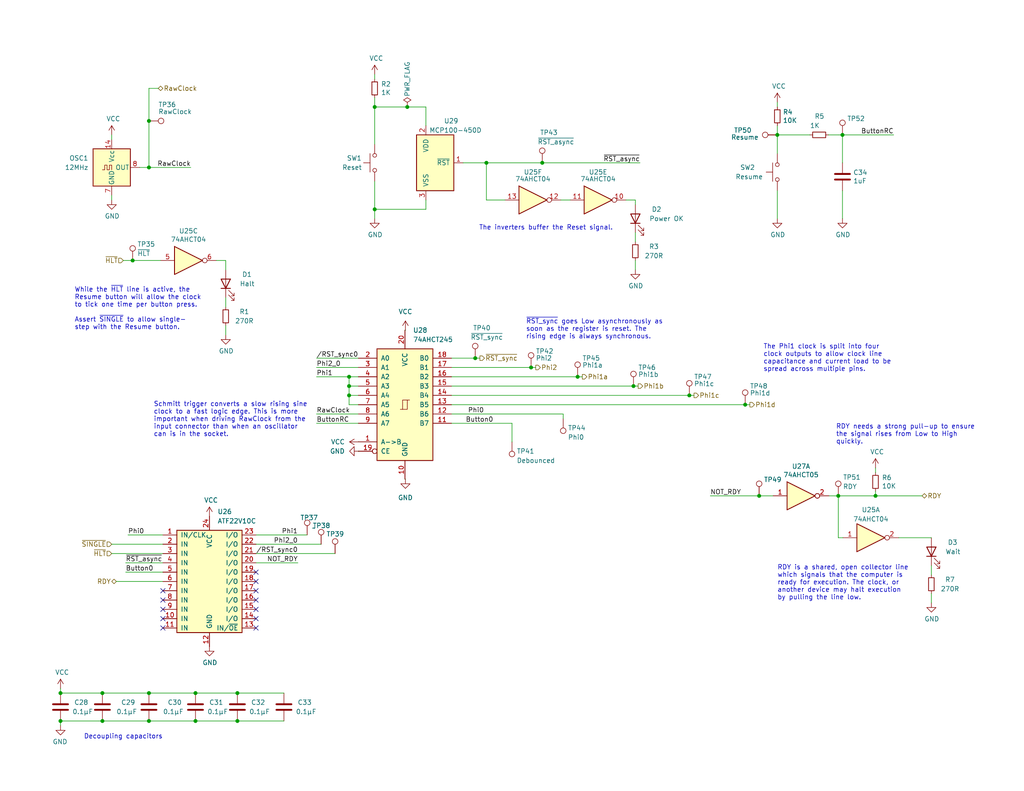
<source format=kicad_sch>
(kicad_sch (version 20230121) (generator eeschema)
  (paper "USLetter")
  (title_block (title "Turtle16: Clock") (date "2023-11-15") (rev "A"))
  (lib_symbols
    (symbol "74xx:74HC245" (pin_names (offset 1.016))
      (property "Reference" "U" (at -7.62 16.51 0))
      (property "Value" "74HC245" (at -7.62 -16.51 0))
      (symbol "74HC245_1_0"
        (polyline (pts (xy -0.635 -1.27) (xy -0.635 1.27) (xy 0.635 1.27)))
        (polyline (pts (xy -1.27 -1.27) (xy 0.635 -1.27) (xy 0.635 1.27) (xy 1.27 1.27)))
        (pin input line (at -12.7 -10.16 0) (length 5.08) (name "A->B") (number "1"))
        (pin power_in line (at 0 -20.32 90) (length 5.08) (name "GND") (number "10"))
        (pin tri_state line (at 12.7 -5.08 180) (length 5.08) (name "B7") (number "11"))
        (pin tri_state line (at 12.7 -2.54 180) (length 5.08) (name "B6") (number "12"))
        (pin tri_state line (at 12.7 0 180) (length 5.08) (name "B5") (number "13"))
        (pin tri_state line (at 12.7 2.54 180) (length 5.08) (name "B4") (number "14"))
        (pin tri_state line (at 12.7 5.08 180) (length 5.08) (name "B3") (number "15"))
        (pin tri_state line (at 12.7 7.62 180) (length 5.08) (name "B2") (number "16"))
        (pin tri_state line (at 12.7 10.16 180) (length 5.08) (name "B1") (number "17"))
        (pin tri_state line (at 12.7 12.7 180) (length 5.08) (name "B0") (number "18"))
        (pin input inverted (at -12.7 -12.7 0) (length 5.08) (name "CE") (number "19"))
        (pin tri_state line (at -12.7 12.7 0) (length 5.08) (name "A0") (number "2"))
        (pin power_in line (at 0 20.32 270) (length 5.08) (name "VCC") (number "20"))
        (pin tri_state line (at -12.7 10.16 0) (length 5.08) (name "A1") (number "3"))
        (pin tri_state line (at -12.7 7.62 0) (length 5.08) (name "A2") (number "4"))
        (pin tri_state line (at -12.7 5.08 0) (length 5.08) (name "A3") (number "5"))
        (pin tri_state line (at -12.7 2.54 0) (length 5.08) (name "A4") (number "6"))
        (pin tri_state line (at -12.7 0 0) (length 5.08) (name "A5") (number "7"))
        (pin tri_state line (at -12.7 -2.54 0) (length 5.08) (name "A6") (number "8"))
        (pin tri_state line (at -12.7 -5.08 0) (length 5.08) (name "A7") (number "9"))
      )
      (symbol "74HC245_1_1"
        (rectangle (start -7.62 15.24) (end 7.62 -15.24) (stroke (width 0.254)) (fill (type background)))
      )
    )
    (symbol "74xx:74LS04"
      (property "Reference" "U" (at 0 1.27 0))
      (property "Value" "74LS04" (at 0 -1.27 0))
      (symbol "74LS04_1_0"
        (polyline (pts (xy -3.81 3.81) (xy -3.81 -3.81) (xy 3.81 0) (xy -3.81 3.81)) (stroke (width 0.254)) (fill (type background)))
        (pin input line (at -7.62 0 0) (length 3.81) (name "~") (number "1"))
        (pin output inverted (at 7.62 0 180) (length 3.81) (name "~") (number "2"))
      )
      (symbol "74LS04_2_0"
        (polyline (pts (xy -3.81 3.81) (xy -3.81 -3.81) (xy 3.81 0) (xy -3.81 3.81)) (stroke (width 0.254)) (fill (type background)))
        (pin input line (at -7.62 0 0) (length 3.81) (name "~") (number "3"))
        (pin output inverted (at 7.62 0 180) (length 3.81) (name "~") (number "4"))
      )
      (symbol "74LS04_3_0"
        (polyline (pts (xy -3.81 3.81) (xy -3.81 -3.81) (xy 3.81 0) (xy -3.81 3.81)) (stroke (width 0.254)) (fill (type background)))
        (pin input line (at -7.62 0 0) (length 3.81) (name "~") (number "5"))
        (pin output inverted (at 7.62 0 180) (length 3.81) (name "~") (number "6"))
      )
      (symbol "74LS04_4_0"
        (polyline (pts (xy -3.81 3.81) (xy -3.81 -3.81) (xy 3.81 0) (xy -3.81 3.81)) (stroke (width 0.254)) (fill (type background)))
        (pin output inverted (at 7.62 0 180) (length 3.81) (name "~") (number "8"))
        (pin input line (at -7.62 0 0) (length 3.81) (name "~") (number "9"))
      )
      (symbol "74LS04_5_0"
        (polyline (pts (xy -3.81 3.81) (xy -3.81 -3.81) (xy 3.81 0) (xy -3.81 3.81)) (stroke (width 0.254)) (fill (type background)))
        (pin output inverted (at 7.62 0 180) (length 3.81) (name "~") (number "10"))
        (pin input line (at -7.62 0 0) (length 3.81) (name "~") (number "11"))
      )
      (symbol "74LS04_6_0"
        (polyline (pts (xy -3.81 3.81) (xy -3.81 -3.81) (xy 3.81 0) (xy -3.81 3.81)) (stroke (width 0.254)) (fill (type background)))
        (pin output inverted (at 7.62 0 180) (length 3.81) (name "~") (number "12"))
        (pin input line (at -7.62 0 0) (length 3.81) (name "~") (number "13"))
      )
      (symbol "74LS04_7_0"
        (pin power_in line (at 0 12.7 270) (length 5.08) (name "VCC") (number "14"))
        (pin power_in line (at 0 -12.7 90) (length 5.08) (name "GND") (number "7"))
      )
      (symbol "74LS04_7_1"
        (rectangle (start -5.08 7.62) (end 5.08 -7.62) (stroke (width 0.254)) (fill (type background)))
      )
    )
    (symbol "74xx:74LS05" (pin_names (offset 1.016))
      (property "Reference" "U" (at 0 1.27 0))
      (property "Value" "74LS05" (at 0 -1.27 0))
      (symbol "74LS05_1_0"
        (polyline (pts (xy -3.81 3.81) (xy -3.81 -3.81) (xy 3.81 0) (xy -3.81 3.81)) (stroke (width 0.254)) (fill (type background)))
        (pin input line (at -7.62 0 0) (length 3.81) (name "~") (number "1"))
        (pin open_collector inverted (at 7.62 0 180) (length 3.81) (name "~") (number "2"))
      )
      (symbol "74LS05_2_0"
        (polyline (pts (xy -3.81 3.81) (xy -3.81 -3.81) (xy 3.81 0) (xy -3.81 3.81)) (stroke (width 0.254)) (fill (type background)))
        (pin input line (at -7.62 0 0) (length 3.81) (name "~") (number "3"))
        (pin open_collector inverted (at 7.62 0 180) (length 3.81) (name "~") (number "4"))
      )
      (symbol "74LS05_3_0"
        (polyline (pts (xy -3.81 3.81) (xy -3.81 -3.81) (xy 3.81 0) (xy -3.81 3.81)) (stroke (width 0.254)) (fill (type background)))
        (pin input line (at -7.62 0 0) (length 3.81) (name "~") (number "5"))
        (pin open_collector inverted (at 7.62 0 180) (length 3.81) (name "~") (number "6"))
      )
      (symbol "74LS05_4_0"
        (polyline (pts (xy -3.81 3.81) (xy -3.81 -3.81) (xy 3.81 0) (xy -3.81 3.81)) (stroke (width 0.254)) (fill (type background)))
        (pin open_collector inverted (at 7.62 0 180) (length 3.81) (name "~") (number "8"))
        (pin input line (at -7.62 0 0) (length 3.81) (name "~") (number "9"))
      )
      (symbol "74LS05_5_0"
        (polyline (pts (xy -3.81 3.81) (xy -3.81 -3.81) (xy 3.81 0) (xy -3.81 3.81)) (stroke (width 0.254)) (fill (type background)))
        (pin open_collector inverted (at 7.62 0 180) (length 3.81) (name "~") (number "10"))
        (pin input line (at -7.62 0 0) (length 3.81) (name "~") (number "11"))
      )
      (symbol "74LS05_6_0"
        (polyline (pts (xy -3.81 3.81) (xy -3.81 -3.81) (xy 3.81 0) (xy -3.81 3.81)) (stroke (width 0.254)) (fill (type background)))
        (pin open_collector inverted (at 7.62 0 180) (length 3.81) (name "~") (number "12"))
        (pin input line (at -7.62 0 0) (length 3.81) (name "~") (number "13"))
      )
      (symbol "74LS05_7_0"
        (pin power_in line (at 0 12.7 270) (length 5.08) (name "VCC") (number "14"))
        (pin power_in line (at 0 -12.7 90) (length 5.08) (name "GND") (number "7"))
      )
      (symbol "74LS05_7_1"
        (rectangle (start -5.08 7.62) (end 5.08 -7.62) (stroke (width 0.254)) (fill (type background)))
      )
    )
    (symbol "Connector:TestPoint" (pin_numbers hide) (pin_names (offset 0.762) hide)
      (property "Reference" "TP" (at 0 6.858 0))
      (property "Value" "TestPoint" (at 0 5.08 0))
      (symbol "TestPoint_0_1"
        (circle (center 0 3.302) (radius 0.762))
      )
      (symbol "TestPoint_1_1"
        (pin passive line (at 0 0 90) (length 2.54) (name "1") (number "1"))
      )
    )
    (symbol "ControlModule-rescue:ATF22V10C-Logic_Programmable" (pin_names (offset 1.016))
      (property "Reference" "U" (at -7.62 17.78 0))
      (property "Value" "ATF22V10C-Logic_Programmable" (at -7.62 15.24 0))
      (symbol "ATF22V10C-Logic_Programmable_1_1"
        (rectangle (start -8.89 -15.24) (end 8.89 12.7) (stroke (width 0.254)) (fill (type background)))
        (pin input line (at -12.7 11.43 0) (length 3.81) (name "IN/CLK") (number "1"))
        (pin input line (at -12.7 -11.43 0) (length 3.81) (name "IN") (number "10"))
        (pin input line (at -12.7 -13.97 0) (length 3.81) (name "IN") (number "11"))
        (pin power_in line (at 0 -19.05 90) (length 3.81) (name "GND") (number "12"))
        (pin input line (at 12.7 -13.97 180) (length 3.81) (name "IN/~{OE}") (number "13"))
        (pin passive line (at 12.7 -11.43 180) (length 3.81) (name "I/O") (number "14"))
        (pin passive line (at 12.7 -8.89 180) (length 3.81) (name "I/O") (number "15"))
        (pin passive line (at 12.7 -6.35 180) (length 3.81) (name "I/O") (number "16"))
        (pin passive line (at 12.7 -3.81 180) (length 3.81) (name "I/O") (number "17"))
        (pin passive line (at 12.7 -1.27 180) (length 3.81) (name "I/O") (number "18"))
        (pin passive line (at 12.7 1.27 180) (length 3.81) (name "I/O") (number "19"))
        (pin input line (at -12.7 8.89 0) (length 3.81) (name "IN") (number "2"))
        (pin passive line (at 12.7 3.81 180) (length 3.81) (name "I/O") (number "20"))
        (pin passive line (at 12.7 6.35 180) (length 3.81) (name "I/O") (number "21"))
        (pin passive line (at 12.7 8.89 180) (length 3.81) (name "I/O") (number "22"))
        (pin passive line (at 12.7 11.43 180) (length 3.81) (name "I/O") (number "23"))
        (pin power_in line (at 0 16.51 270) (length 3.81) (name "VCC") (number "24"))
        (pin input line (at -12.7 6.35 0) (length 3.81) (name "IN") (number "3"))
        (pin input line (at -12.7 3.81 0) (length 3.81) (name "IN") (number "4"))
        (pin input line (at -12.7 1.27 0) (length 3.81) (name "IN") (number "5"))
        (pin input line (at -12.7 -1.27 0) (length 3.81) (name "IN") (number "6"))
        (pin input line (at -12.7 -3.81 0) (length 3.81) (name "IN") (number "7"))
        (pin input line (at -12.7 -6.35 0) (length 3.81) (name "IN") (number "8"))
        (pin input line (at -12.7 -8.89 0) (length 3.81) (name "IN") (number "9"))
      )
    )
    (symbol "Device:C" (pin_numbers hide) (pin_names (offset 0.254))
      (property "Reference" "C" (at 0.635 2.54 0))
      (property "Value" "C" (at 0.635 -2.54 0))
      (symbol "C_0_1"
        (polyline (pts (xy -2.032 -0.762) (xy 2.032 -0.762)) (stroke (width 0.508)))
        (polyline (pts (xy -2.032 0.762) (xy 2.032 0.762)) (stroke (width 0.508)))
      )
      (symbol "C_1_1"
        (pin passive line (at 0 3.81 270) (length 2.794) (name "~") (number "1"))
        (pin passive line (at 0 -3.81 90) (length 2.794) (name "~") (number "2"))
      )
    )
    (symbol "Device:LED" (pin_numbers hide) (pin_names (offset 1.016) hide)
      (property "Reference" "D" (at 0 2.54 0))
      (property "Value" "LED" (at 0 -2.54 0))
      (symbol "LED_0_1"
        (polyline (pts (xy -1.27 -1.27) (xy -1.27 1.27)) (stroke (width 0.254)))
        (polyline (pts (xy -1.27 0) (xy 1.27 0)))
        (polyline (pts (xy 1.27 -1.27) (xy 1.27 1.27) (xy -1.27 0) (xy 1.27 -1.27)) (stroke (width 0.254)))
        (polyline (pts (xy -3.048 -0.762) (xy -4.572 -2.286) (xy -3.81 -2.286) (xy -4.572 -2.286) (xy -4.572 -1.524)))
        (polyline (pts (xy -1.778 -0.762) (xy -3.302 -2.286) (xy -2.54 -2.286) (xy -3.302 -2.286) (xy -3.302 -1.524)))
      )
      (symbol "LED_1_1"
        (pin passive line (at -3.81 0 0) (length 2.54) (name "K") (number "1"))
        (pin passive line (at 3.81 0 180) (length 2.54) (name "A") (number "2"))
      )
    )
    (symbol "Device:R_Small" (pin_numbers hide) (pin_names (offset 0.254) hide)
      (property "Reference" "R" (at 0.762 0.508 0))
      (property "Value" "R_Small" (at 0.762 -1.016 0))
      (symbol "R_Small_0_1"
        (rectangle (start -0.762 1.778) (end 0.762 -1.778) (stroke (width 0.2032)))
      )
      (symbol "R_Small_1_1"
        (pin passive line (at 0 2.54 270) (length 0.762) (name "~") (number "1"))
        (pin passive line (at 0 -2.54 90) (length 0.762) (name "~") (number "2"))
      )
    )
    (symbol "Oscillator:ACO-xxxMHz" (pin_names (offset 0.254))
      (property "Reference" "X" (at -5.08 6.35 0))
      (property "Value" "ACO-xxxMHz" (at 1.27 -6.35 0))
      (symbol "ACO-xxxMHz_0_1"
        (rectangle (start -5.08 5.08) (end 5.08 -5.08) (stroke (width 0.254)) (fill (type background)))
        (polyline (pts (xy -2.54 -0.635) (xy -1.905 -0.635) (xy -1.905 0.635) (xy -1.27 0.635) (xy -1.27 -0.635) (xy -0.635 -0.635) (xy -0.635 0.635) (xy 0 0.635) (xy 0 -0.635)))
      )
      (symbol "ACO-xxxMHz_1_1"
        (pin no_connect line (at -5.08 2.54 0) (length 2.54) hide (name "NC") (number "1"))
        (pin power_in line (at 0 7.62 270) (length 2.54) (name "Vcc") (number "14"))
        (pin power_in line (at 0 -7.62 90) (length 2.54) (name "GND") (number "7"))
        (pin output line (at 7.62 0 180) (length 2.54) (name "OUT") (number "8"))
      )
    )
    (symbol "Power_Supervisor:MCP100-450D" (pin_names (offset 1.016))
      (property "Reference" "U" (at 0 8.89 0))
      (property "Value" "MCP100-450D" (at -1.27 -8.89 0))
      (symbol "MCP100-450D_1_1"
        (rectangle (start -5.08 7.62) (end 5.08 -7.62) (stroke (width 0.254)) (fill (type background)))
        (pin output line (at 7.62 0 180) (length 2.54) (name "~{RST}") (number "1"))
        (pin power_in line (at -2.54 10.16 270) (length 2.54) (name "VDD") (number "2"))
        (pin power_in line (at -2.54 -10.16 90) (length 2.54) (name "VSS") (number "3"))
      )
    )
    (symbol "Switch:SW_Push" (pin_numbers hide) (pin_names (offset 1.016) hide)
      (property "Reference" "SW" (at 1.27 2.54 0))
      (property "Value" "SW_Push" (at 0 -1.524 0))
      (symbol "SW_Push_0_1"
        (circle (center -2.032 0) (radius 0.508))
        (polyline (pts (xy 0 1.27) (xy 0 3.048)))
        (polyline (pts (xy 2.54 1.27) (xy -2.54 1.27)))
        (circle (center 2.032 0) (radius 0.508))
        (pin passive line (at -5.08 0 0) (length 2.54) (name "1") (number "1"))
        (pin passive line (at 5.08 0 180) (length 2.54) (name "2") (number "2"))
      )
    )
    (symbol "power:GND" (power) (pin_names (offset 0))
      (property "Value" "GND" (at 0 -3.81 0))
      (symbol "GND_0_1"
        (polyline (pts (xy 0 0) (xy 0 -1.27) (xy 1.27 -1.27) (xy 0 -2.54) (xy -1.27 -1.27) (xy 0 -1.27)))
      )
      (symbol "GND_1_1"
        (pin power_in line (at 0 0 270) (length 0) hide (name "GND") (number "1"))
      )
    )
    (symbol "power:PWR_FLAG" (power) (pin_numbers hide) (pin_names (offset 0) hide)
      (property "Value" "PWR_FLAG" (at 0 3.81 0))
      (symbol "PWR_FLAG_0_0"
        (pin power_out line (at 0 0 90) (length 0) (name "pwr") (number "1"))
      )
      (symbol "PWR_FLAG_0_1"
        (polyline (pts (xy 0 0) (xy 0 1.27) (xy -1.016 1.905) (xy 0 2.54) (xy 1.016 1.905) (xy 0 1.27)))
      )
    )
    (symbol "power:VCC" (power) (pin_names (offset 0))
      (property "Value" "VCC" (at 0 3.81 0))
      (symbol "VCC_0_1"
        (polyline (pts (xy -0.762 1.27) (xy 0 2.54)))
        (polyline (pts (xy 0 0) (xy 0 2.54)))
        (polyline (pts (xy 0 2.54) (xy 0.762 1.27)))
      )
      (symbol "VCC_1_1"
        (pin power_in line (at 0 0 90) (length 0) hide (name "VCC") (number "1"))
      )
    )
  )
  (junction (at 106.68 290.83))
  (junction (at 72.39 262.89))
  (junction (at 106.68 276.86))
  (junction (at 95.25 107.95))
  (junction (at 203.327 110.49))
  (junction (at 53.34 189.23))
  (junction (at 207.137 135.382))
  (junction (at 157.607 102.87))
  (junction (at 102.235 57.15))
  (junction (at 238.887 135.382))
  (junction (at 64.77 189.23))
  (junction (at 72.39 289.56))
  (junction (at 72.39 250.19))
  (junction (at 40.64 33.02))
  (junction (at 16.51 189.23))
  (junction (at 188.087 107.95))
  (junction (at 132.715 44.45))
  (junction (at 229.87 36.83))
  (junction (at 95.25 105.41))
  (junction (at 212.09 36.83))
  (junction (at 27.94 196.85))
  (junction (at 40.64 45.72))
  (junction (at 27.94 189.23))
  (junction (at 111.125 29.21))
  (junction (at 40.64 196.85))
  (junction (at 102.235 29.21))
  (junction (at 16.51 196.85))
  (junction (at 172.847 105.41))
  (junction (at 95.25 102.87))
  (junction (at 36.195 71.12))
  (junction (at 72.39 276.86))
  (junction (at 144.907 100.33))
  (junction (at 129.667 97.79))
  (junction (at 147.955 44.45))
  (junction (at 64.77 196.85))
  (junction (at 228.727 135.382))
  (junction (at 53.34 196.85))
  (junction (at 72.39 237.49))
  (junction (at 40.64 189.23))
  (no_connect (at 87.63 276.86))
  (no_connect (at 44.45 168.91))
  (no_connect (at 69.85 171.45))
  (no_connect (at 44.45 163.83))
  (no_connect (at 69.85 156.21))
  (no_connect (at 121.92 276.86))
  (no_connect (at 44.45 171.45))
  (no_connect (at 69.85 161.29))
  (no_connect (at 44.45 161.29))
  (no_connect (at 87.63 250.19))
  (no_connect (at 87.63 237.49))
  (no_connect (at 69.85 168.91))
  (no_connect (at 69.85 158.75))
  (no_connect (at 87.63 289.56))
  (no_connect (at 69.85 166.37))
  (no_connect (at 69.85 163.83))
  (no_connect (at 87.63 262.89))
  (no_connect (at 44.45 166.37))
  (no_connect (at 121.92 290.83))
  (wire (pts (xy 44.45 156.21) (xy 34.29 156.21)))
  (wire (pts (xy 34.29 153.67) (xy 44.45 153.67)))
  (wire (pts (xy 226.187 135.382) (xy 228.727 135.382)))
  (wire (pts (xy 95.25 102.87) (xy 95.25 105.41)))
  (wire (pts (xy 229.997 146.812) (xy 228.727 146.812)))
  (wire (pts (xy 64.77 196.85) (xy 77.47 196.85)))
  (wire (pts (xy 173.355 63.5) (xy 173.355 66.04)))
  (wire (pts (xy 116.205 54.61) (xy 116.205 57.15)))
  (wire (pts (xy 72.39 276.86) (xy 72.39 289.56)))
  (wire (pts (xy 228.727 135.382) (xy 228.727 146.812)))
  (wire (pts (xy 147.955 44.45) (xy 174.625 44.45)))
  (wire (pts (xy 157.607 102.87) (xy 158.877 102.87)))
  (wire (pts (xy 44.45 151.13) (xy 30.48 151.13)))
  (wire (pts (xy 44.45 148.59) (xy 30.48 148.59)))
  (wire (pts (xy 40.64 45.72) (xy 52.07 45.72)))
  (wire (pts (xy 31.75 158.75) (xy 44.45 158.75)))
  (wire (pts (xy 102.235 57.15) (xy 116.205 57.15)))
  (wire (pts (xy 106.68 290.83) (xy 106.68 294.64)))
  (wire (pts (xy 72.39 227.33) (xy 72.39 237.49)))
  (wire (pts (xy 36.195 71.12) (xy 43.815 71.12)))
  (wire (pts (xy 193.802 135.382) (xy 207.137 135.382)))
  (wire (pts (xy 106.68 320.04) (xy 106.68 321.31)))
  (wire (pts (xy 97.79 120.65) (xy 97.917 120.65)))
  (wire (pts (xy 72.39 289.56) (xy 72.39 294.64)))
  (wire (pts (xy 203.327 110.49) (xy 204.597 110.49)))
  (wire (pts (xy 111.125 29.21) (xy 116.205 29.21)))
  (wire (pts (xy 123.19 113.03) (xy 153.67 113.03)))
  (wire (pts (xy 97.79 123.19) (xy 97.917 123.19)))
  (wire (pts (xy 110.49 90.17) (xy 110.617 90.17)))
  (wire (pts (xy 59.055 71.12) (xy 61.595 71.12)))
  (wire (pts (xy 132.715 44.45) (xy 147.955 44.45)))
  (wire (pts (xy 123.19 102.87) (xy 157.607 102.87)))
  (wire (pts (xy 139.7 120.65) (xy 139.7 115.57)))
  (wire (pts (xy 173.355 71.12) (xy 173.355 73.66)))
  (wire (pts (xy 95.25 105.41) (xy 95.25 107.95)))
  (wire (pts (xy 212.09 52.07) (xy 212.09 59.69)))
  (wire (pts (xy 153.67 114.3) (xy 153.67 113.03)))
  (wire (pts (xy 155.575 54.61) (xy 153.035 54.61)))
  (wire (pts (xy 226.06 36.83) (xy 229.87 36.83)))
  (wire (pts (xy 132.715 44.45) (xy 132.715 54.61)))
  (wire (pts (xy 229.87 36.83) (xy 243.84 36.83)))
  (wire (pts (xy 116.205 29.21) (xy 116.205 34.29)))
  (wire (pts (xy 86.36 102.87) (xy 95.25 102.87)))
  (wire (pts (xy 172.847 105.41) (xy 174.117 105.41)))
  (wire (pts (xy 106.68 276.86) (xy 106.68 290.83)))
  (wire (pts (xy 53.34 189.23) (xy 64.77 189.23)))
  (wire (pts (xy 254.127 162.052) (xy 254.127 164.592)))
  (wire (pts (xy 207.137 135.382) (xy 210.947 135.382)))
  (wire (pts (xy 95.25 107.95) (xy 95.25 110.49)))
  (wire (pts (xy 238.887 127.762) (xy 238.887 129.032)))
  (wire (pts (xy 72.39 262.89) (xy 72.39 276.86)))
  (wire (pts (xy 69.85 151.13) (xy 91.44 151.13)))
  (wire (pts (xy 106.68 226.06) (xy 106.68 276.86)))
  (wire (pts (xy 69.85 146.05) (xy 83.82 146.05)))
  (wire (pts (xy 72.39 320.04) (xy 72.39 323.85)))
  (wire (pts (xy 40.64 189.23) (xy 27.94 189.23)))
  (wire (pts (xy 34.925 146.05) (xy 44.45 146.05)))
  (wire (pts (xy 30.48 53.34) (xy 30.48 54.61)))
  (wire (pts (xy 144.907 100.33) (xy 146.177 100.33)))
  (wire (pts (xy 245.237 146.812) (xy 254.127 146.812)))
  (wire (pts (xy 16.51 196.85) (xy 16.51 198.12)))
  (wire (pts (xy 102.235 49.53) (xy 102.235 57.15)))
  (wire (pts (xy 61.595 88.9) (xy 61.595 91.44)))
  (wire (pts (xy 61.595 81.28) (xy 61.595 83.82)))
  (wire (pts (xy 188.087 107.95) (xy 189.357 107.95)))
  (wire (pts (xy 170.815 54.61) (xy 173.355 54.61)))
  (wire (pts (xy 27.94 189.23) (xy 16.51 189.23)))
  (wire (pts (xy 123.19 105.41) (xy 172.847 105.41)))
  (wire (pts (xy 97.79 113.03) (xy 86.36 113.03)))
  (wire (pts (xy 212.09 34.29) (xy 212.09 36.83)))
  (wire (pts (xy 16.51 189.23) (xy 16.51 187.96)))
  (wire (pts (xy 123.19 107.95) (xy 188.087 107.95)))
  (wire (pts (xy 173.355 54.61) (xy 173.355 55.88)))
  (wire (pts (xy 123.19 110.49) (xy 203.327 110.49)))
  (wire (pts (xy 102.235 26.67) (xy 102.235 29.21)))
  (wire (pts (xy 110.49 130.81) (xy 110.617 130.81)))
  (wire (pts (xy 123.19 115.57) (xy 139.7 115.57)))
  (wire (pts (xy 86.36 97.79) (xy 97.79 97.79)))
  (wire (pts (xy 102.235 29.21) (xy 111.125 29.21)))
  (wire (pts (xy 229.87 52.07) (xy 229.87 59.69)))
  (wire (pts (xy 95.25 105.41) (xy 97.79 105.41)))
  (wire (pts (xy 38.1 45.72) (xy 40.64 45.72)))
  (wire (pts (xy 126.365 44.45) (xy 132.715 44.45)))
  (wire (pts (xy 72.39 237.49) (xy 72.39 250.19)))
  (wire (pts (xy 53.34 196.85) (xy 64.77 196.85)))
  (wire (pts (xy 40.64 33.02) (xy 40.64 45.72)))
  (wire (pts (xy 228.727 135.382) (xy 238.887 135.382)))
  (wire (pts (xy 238.887 135.382) (xy 251.587 135.382)))
  (wire (pts (xy 40.64 189.23) (xy 53.34 189.23)))
  (wire (pts (xy 40.64 24.13) (xy 40.64 33.02)))
  (wire (pts (xy 61.595 71.12) (xy 61.595 73.66)))
  (wire (pts (xy 102.235 29.21) (xy 102.235 39.37)))
  (wire (pts (xy 123.19 97.79) (xy 129.667 97.79)))
  (wire (pts (xy 77.47 189.23) (xy 64.77 189.23)))
  (wire (pts (xy 129.667 97.79) (xy 130.937 97.79)))
  (wire (pts (xy 229.87 44.45) (xy 229.87 36.83)))
  (wire (pts (xy 95.25 110.49) (xy 97.79 110.49)))
  (wire (pts (xy 40.64 196.85) (xy 53.34 196.85)))
  (wire (pts (xy 95.25 107.95) (xy 97.79 107.95)))
  (wire (pts (xy 102.235 57.15) (xy 102.235 59.69)))
  (wire (pts (xy 95.25 102.87) (xy 97.79 102.87)))
  (wire (pts (xy 238.887 134.112) (xy 238.887 135.382)))
  (wire (pts (xy 27.94 196.85) (xy 40.64 196.85)))
  (wire (pts (xy 102.235 20.32) (xy 102.235 21.59)))
  (wire (pts (xy 69.85 148.59) (xy 87.63 148.59)))
  (wire (pts (xy 123.19 100.33) (xy 144.907 100.33)))
  (wire (pts (xy 97.79 115.57) (xy 86.36 115.57)))
  (wire (pts (xy 220.98 36.83) (xy 212.09 36.83)))
  (wire (pts (xy 86.36 100.33) (xy 97.79 100.33)))
  (wire (pts (xy 212.09 36.83) (xy 212.09 41.91)))
  (wire (pts (xy 16.51 196.85) (xy 27.94 196.85)))
  (wire (pts (xy 33.655 71.12) (xy 36.195 71.12)))
  (wire (pts (xy 72.39 250.19) (xy 72.39 262.89)))
  (wire (pts (xy 43.18 24.13) (xy 40.64 24.13)))
  (wire (pts (xy 132.715 54.61) (xy 137.795 54.61)))
  (wire (pts (xy 212.09 27.94) (xy 212.09 29.21)))
  (wire (pts (xy 81.28 153.67) (xy 69.85 153.67)))
  (wire (pts (xy 254.127 154.432) (xy 254.127 156.972)))
  (wire (pts (xy 30.48 36.83) (xy 30.48 38.1)))
  (text "~{RST_sync} goes Low asynchronously as\nsoon as the register is reset. The\nrising edge is always synchronous." (at 143.51 92.71 0) (effects (font (size 1.27 1.27)) (justify left bottom)))
  (text "RDY is a shared, open collector line\nwhich signals that the computer is\nready for execution. The clock, or\nanother device may halt execution\nby pulling the line low." (at 212.09 163.957 0) (effects (font (size 1.27 1.27)) (justify left bottom)))
  (text "The inverters buffer the Reset signal." (at 130.683 62.992 0) (effects (font (size 1.27 1.27)) (justify left bottom)))
  (text "RDY needs a strong pull-up to ensure\nthe signal rises from Low to High\nquickly." (at 228.092 121.412 0) (effects (font (size 1.27 1.27)) (justify left bottom)))
  (text "The Phi1 clock is split into four\nclock outputs to allow clock line\ncapacitance and current load to be\nspread across multiple pins." (at 208.28 101.6 0) (effects (font (size 1.27 1.27)) (justify left bottom)))
  (text "Schmitt trigger converts a slow rising sine\nclock to a fast logic edge. This is more\nimportant when driving RawClock from the\ninput connector than when an oscillator\ncan is in the socket." (at 41.91 119.38 0) (effects (font (size 1.27 1.27)) (justify left bottom)))
  (text "Unused devices" (at 48.26 219.075 0) (effects (font (size 1.27 1.27)) (justify left bottom)))
  (text "While the ~{HLT} line is active, the\nResume button will allow the clock\nto tick one time per button press.\n\nAssert ~{SINGLE} to allow single-\nstep with the Resume button." (at 20.32 90.17 0) (effects (font (size 1.27 1.27)) (justify left bottom)))
  (text "Decoupling capacitors" (at 22.86 201.93 0) (effects (font (size 1.27 1.27)) (justify left bottom)))
  (label "{slash}RST_sync0" (at 86.36 97.79 0))
  (label "Phi1" (at 86.36 102.87 0))
  (label "~{RST_async}" (at 34.29 153.67 0))
  (label "Phi2_0" (at 86.36 100.33 0))
  (label "RawClock" (at 86.36 113.03 0))
  (label "~{RST_async}" (at 174.625 44.45 180))
  (label "Button0" (at 134.62 115.57 180))
  (label "NOT_RDY" (at 81.28 153.67 180))
  (label "{slash}RST_sync0" (at 81.28 151.13 180))
  (label "Button0" (at 34.29 156.21 0))
  (label "Phi0" (at 34.925 146.05 0))
  (label "Phi1" (at 81.28 146.05 180))
  (label "Phi2_0" (at 81.28 148.59 180))
  (label "Phi0" (at 132.08 113.03 180))
  (label "NOT_RDY" (at 193.802 135.382 0))
  (label "ButtonRC" (at 243.84 36.83 180))
  (label "ButtonRC" (at 86.36 115.57 0))
  (label "RawClock" (at 52.07 45.72 180))
  (hierarchical_label "Phi1d" (shape output) (at 204.597 110.49 0))
  (hierarchical_label "~{HLT}" (shape input) (at 33.655 71.12 180))
  (hierarchical_label "Phi1a" (shape output) (at 158.877 102.87 0))
  (hierarchical_label "Phi1b" (shape output) (at 174.117 105.41 0))
  (hierarchical_label "RDY" (shape tri_state) (at 251.587 135.382 0))
  (hierarchical_label "~{RST_sync}" (shape output) (at 130.937 97.79 0))
  (hierarchical_label "RawClock" (shape bidirectional) (at 43.18 24.13 0))
  (hierarchical_label "Phi1c" (shape output) (at 189.357 107.95 0))
  (hierarchical_label "~{SINGLE}" (shape input) (at 30.48 148.59 180))
  (hierarchical_label "RDY" (shape tri_state) (at 31.75 158.75 180))
  (hierarchical_label "~{HLT}" (shape input) (at 30.48 151.13 180))
  (hierarchical_label "Phi2" (shape output) (at 146.177 100.33 0))
  (symbol (lib_id "power:GND") (at 173.355 73.66 0) (unit 1)
    (property "Reference" "#PWR0180" (effects hide))
    (property "Value" "GND" (at 173.482 78.0542 0))
  )
  (symbol (lib_id "Connector:TestPoint") (at 212.09 36.83 90) (unit 1)
    (property "Reference" "TP50" (at 205.105 35.56 90) (effects (justify left)))
    (property "Value" "Resume" (at 207.01 37.465 90) (effects (justify left)))
    (property "Footprint" "TestPoint:TestPoint_Pad_D1.0mm" (effects hide))
  )
  (symbol (lib_id "power:GND") (at 212.09 59.69 0) (unit 1)
    (property "Reference" "#PWR0182" (effects hide))
    (property "Value" "GND" (at 212.217 64.0842 0))
  )
  (symbol (lib_id "Device:C") (at 27.94 193.04 0) (unit 1)
    (property "Reference" "C29" (at 33.02 191.77 0) (effects (justify left)))
    (property "Value" "0.1µF" (at 31.75 194.31 0) (effects (justify left)))
    (property "Footprint" "Capacitor_SMD:C_0603_1608Metric_Pad1.08x0.95mm_HandSolder" (effects hide))
    (property "Mouser" "https://www.mouser.com/ProductDetail/963-EMK107B7104KAHT" (effects hide))
  )
  (symbol (lib_id "Device:LED") (at 254.127 150.622 90) (unit 1)
    (property "Reference" "D3" (at 258.572 148.082 90) (effects (justify right)))
    (property "Value" "Wait" (at 257.937 150.622 90) (effects (justify right)))
    (property "Footprint" "LED_SMD:LED_0805_2012Metric" (effects hide))
    (property "Mouser" "https://www.mouser.com/ProductDetail/604-AP2012ID" (effects hide))
  )
  (symbol (lib_id "Device:C") (at 64.77 193.04 0) (mirror y) (unit 1)
    (property "Reference" "C32" (at 72.39 191.77 0) (effects (justify left)))
    (property "Value" "0.1µF" (at 73.66 194.31 0) (effects (justify left)))
    (property "Footprint" "Capacitor_SMD:C_0603_1608Metric_Pad1.08x0.95mm_HandSolder" (effects hide))
    (property "Mouser" "https://www.mouser.com/ProductDetail/963-EMK107B7104KAHT" (effects hide))
  )
  (symbol (lib_id "Oscillator:ACO-xxxMHz") (at 30.48 45.72 0) (unit 1)
    (property "Reference" "OSC1" (at 24.13 43.18 0) (effects (justify right)))
    (property "Value" "12MHz" (at 24.13 45.72 0) (effects (justify right)))
    (property "Footprint" "Oscillator:Oscillator_DIP-14" (effects hide))
    (property "Datasheet" "http://www.conwin.com/datasheets/cx/cx030.pdf" (effects hide))
    (property "Mouser" "https://www.mouser.com/ProductDetail/ABRACON/ACO-12000MHZ-EK?qs=2xLVn2jvFuvTNNmW6JUIaw%3D%3D" (effects hide))
    (property "Mouser2" "https://www.mouser.com/ProductDetail/535-1107741" (effects hide))
  )
  (symbol (lib_id "Device:R_Small") (at 254.127 159.512 0) (unit 1)
    (property "Reference" "R7" (at 259.207 158.242 0))
    (property "Value" "270R" (at 259.207 160.782 0))
    (property "Footprint" "Capacitor_SMD:C_0603_1608Metric" (effects hide))
    (property "Mouser" "https://www.mouser.com/ProductDetail/652-CR0603FX-2700ELF" (effects hide))
  )
  (symbol (lib_id "Device:LED") (at 61.595 77.47 90) (unit 1)
    (property "Reference" "D1" (at 66.04 74.93 90) (effects (justify right)))
    (property "Value" "Halt" (at 65.405 77.47 90) (effects (justify right)))
    (property "Footprint" "LED_SMD:LED_0805_2012Metric" (effects hide))
    (property "Mouser" "https://www.mouser.com/ProductDetail/604-AP2012ID" (effects hide))
  )
  (symbol (lib_id "Connector:TestPoint") (at 36.195 71.12 0) (unit 1)
    (property "Reference" "TP35" (at 37.465 66.675 0) (effects (justify left)))
    (property "Value" "~{HLT}" (at 37.465 69.215 0) (effects (justify left)))
    (property "Footprint" "TestPoint:TestPoint_Pad_D1.0mm" (effects hide))
  )
  (symbol (lib_id "Power_Supervisor:MCP100-450D") (at 118.745 44.45 0) (unit 1)
    (property "Reference" "U29" (at 125.095 33.02 0) (effects (justify right)))
    (property "Value" "MCP100-450D" (at 131.445 35.56 0) (effects (justify right)))
    (property "Footprint" "Package_TO_SOT_THT:TO-92" (effects hide))
    (property "Datasheet" "http://ww1.microchip.com/downloads/en/DeviceDoc/11187f.pdf" (effects hide))
    (property "Mouser" "https://www.mouser.com/ProductDetail/Microchip-Technology/MCP100-450DI-TO?qs=wJ05WdDZ4qSqHToh7J2ZpQ%3D%3D" (effects hide))
  )
  (symbol (lib_id "Connector:TestPoint") (at 83.82 146.05 0) (unit 1)
    (property "Reference" "TP37" (at 81.915 141.351 0) (effects (justify left)))
    (property "Value" "~" (at 85.09 144.145 0) (effects (justify left)))
    (property "Footprint" "TestPoint:TestPoint_Pad_D1.0mm" (effects hide))
  )
  (symbol (lib_id "Connector:TestPoint") (at 147.955 44.45 0) (unit 1)
    (property "Reference" "TP43" (at 147.32 36.195 0) (effects (justify left)))
    (property "Value" "~{RST_async}" (at 146.685 38.735 0) (effects (justify left)))
    (property "Footprint" "TestPoint:TestPoint_Pad_D1.0mm" (effects hide))
  )
  (symbol (lib_id "74xx:74LS05") (at 80.01 237.49 0) (unit 2)
    (property "Reference" "U27" (at 80.01 229.4382 0))
    (property "Value" "74AHCT05" (at 80.01 231.7496 0))
    (property "Footprint" "Package_SO:TSSOP-14_4.4x5mm_P0.65mm" (effects hide))
    (property "Datasheet" "http://www.ti.com/lit/gpn/sn74LS05" (effects hide))
    (property "Mouser" "https://www.mouser.com/ProductDetail/ON-Semiconductor-Fairchild/MM74HCT05MTC?qs=7qg%2FUSZkK84HVNk73cLWQw%3D%3D" (effects hide))
  )
  (symbol (lib_id "Connector:TestPoint") (at 207.137 135.382 0) (unit 1)
    (property "Reference" "TP49" (at 208.407 130.937 0) (effects (justify left)))
    (property "Value" "TP" (effects hide))
    (property "Footprint" "TestPoint:TestPoint_Pad_D1.0mm" (effects hide))
  )
  (symbol (lib_id "Connector:TestPoint") (at 229.87 36.83 0) (unit 1)
    (property "Reference" "TP52" (at 231.14 32.385 0) (effects (justify left)))
    (property "Value" "TP" (effects hide))
    (property "Footprint" "TestPoint:TestPoint_Pad_D1.0mm" (effects hide))
  )
  (symbol (lib_id "Device:LED") (at 173.355 59.69 90) (unit 1)
    (property "Reference" "D2" (at 177.8 57.15 90) (effects (justify right)))
    (property "Value" "Power OK" (at 177.165 59.69 90) (effects (justify right)))
    (property "Footprint" "LED_SMD:LED_0805_2012Metric" (effects hide))
    (property "Mouser" "https://www.mouser.com/ProductDetail/604-AP2012ID" (effects hide))
  )
  (symbol (lib_id "Device:C") (at 53.34 193.04 0) (mirror y) (unit 1)
    (property "Reference" "C31" (at 60.96 191.77 0) (effects (justify left)))
    (property "Value" "0.1µF" (at 62.23 194.31 0) (effects (justify left)))
    (property "Footprint" "Capacitor_SMD:C_0603_1608Metric_Pad1.08x0.95mm_HandSolder" (effects hide))
    (property "Mouser" "https://www.mouser.com/ProductDetail/963-EMK107B7104KAHT" (effects hide))
  )
  (symbol (lib_id "Device:R_Small") (at 238.887 131.572 0) (unit 1)
    (property "Reference" "R6" (at 240.6142 130.4036 0) (effects (justify left)))
    (property "Value" "10K" (at 240.6142 132.715 0) (effects (justify left)))
    (property "Footprint" "Resistor_SMD:R_0603_1608Metric_Pad0.98x0.95mm_HandSolder" (effects hide))
    (property "Mouser" "https://www.mouser.com/ProductDetail/652-CR0603FX-1001ELF" (effects hide))
  )
  (symbol (lib_id "power:VCC") (at 110.617 90.17 0) (unit 1)
    (property "Reference" "#PWR0178" (effects hide))
    (property "Value" "VCC" (at 110.617 85.09 0))
  )
  (symbol (lib_id "74xx:74LS04") (at 106.68 307.34 0) (unit 7)
    (property "Reference" "U25" (at 115.57 306.07 0))
    (property "Value" "74AHCT04" (at 118.11 308.61 0))
    (property "Footprint" "Package_SO:TSSOP-14_4.4x5mm_P0.65mm" (effects hide))
    (property "Datasheet" "http://www.ti.com/lit/gpn/sn74LS04" (effects hide))
    (property "Mouser" "https://www.mouser.com/ProductDetail/771-AHCT04PW112" (effects hide))
  )
  (symbol (lib_id "Device:C") (at 16.51 193.04 0) (mirror y) (unit 1)
    (property "Reference" "C28" (at 24.13 191.77 0) (effects (justify left)))
    (property "Value" "0.1µF" (at 25.4 194.31 0) (effects (justify left)))
    (property "Footprint" "Capacitor_SMD:C_0603_1608Metric_Pad1.08x0.95mm_HandSolder" (effects hide))
    (property "Mouser" "https://www.mouser.com/ProductDetail/963-EMK107B7104KAHT" (effects hide))
  )
  (symbol (lib_id "74xx:74LS05") (at 218.567 135.382 0) (unit 1)
    (property "Reference" "U27" (at 218.567 127.3302 0))
    (property "Value" "74AHCT05" (at 218.567 129.6416 0))
    (property "Footprint" "Package_SO:TSSOP-14_4.4x5mm_P0.65mm" (effects hide))
    (property "Datasheet" "http://www.ti.com/lit/gpn/sn74LS05" (effects hide))
    (property "Mouser" "https://www.mouser.com/ProductDetail/ON-Semiconductor-Fairchild/MM74HCT05MTC?qs=7qg%2FUSZkK84HVNk73cLWQw%3D%3D" (effects hide))
  )
  (symbol (lib_id "Device:R_Small") (at 223.52 36.83 270) (unit 1)
    (property "Reference" "R5" (at 222.25 31.75 90) (effects (justify left)))
    (property "Value" "1K" (at 220.98 34.29 90) (effects (justify left)))
    (property "Footprint" "Resistor_SMD:R_0603_1608Metric_Pad0.98x0.95mm_HandSolder" (effects hide))
    (property "Mouser" "https://www.mouser.com/ProductDetail/652-CR0603FX-1001ELF" (effects hide))
  )
  (symbol (lib_id "Connector:TestPoint") (at 172.847 105.41 0) (unit 1)
    (property "Reference" "TP46" (at 174.117 100.33 0) (effects (justify left)))
    (property "Value" "Phi1b" (at 174.117 102.235 0) (effects (justify left)))
    (property "Footprint" "TestPoint:TestPoint_Pad_D1.0mm" (effects hide))
  )
  (symbol (lib_id "power:GND") (at 229.87 59.69 0) (unit 1)
    (property "Reference" "#PWR0183" (effects hide))
    (property "Value" "GND" (at 229.997 64.0842 0))
  )
  (symbol (lib_id "Connector:TestPoint") (at 157.607 102.87 0) (unit 1)
    (property "Reference" "TP45" (at 158.877 97.79 0) (effects (justify left)))
    (property "Value" "Phi1a" (at 158.877 99.695 0) (effects (justify left)))
    (property "Footprint" "TestPoint:TestPoint_Pad_D1.0mm" (effects hide))
  )
  (symbol (lib_id "Connector:TestPoint") (at 139.7 120.65 0) (mirror x) (unit 1)
    (property "Reference" "TP41" (at 140.97 123.19 0) (effects (justify left)))
    (property "Value" "Debounced" (at 140.97 125.73 0) (effects (justify left)))
    (property "Footprint" "TestPoint:TestPoint_Pad_D1.0mm" (effects hide))
  )
  (symbol (lib_id "power:GND") (at 102.235 59.69 0) (unit 1)
    (property "Reference" "#PWR0175" (effects hide))
    (property "Value" "GND" (at 102.362 64.0842 0))
  )
  (symbol (lib_id "ControlModule-rescue:ATF22V10C-Logic_Programmable") (at 57.15 157.48 0) (unit 1)
    (property "Reference" "U26" (at 59.3441 139.7 0) (effects (justify left)))
    (property "Value" "ATF22V10C" (at 59.3441 142.24 0) (effects (justify left)))
    (property "Footprint" "Package_DIP:DIP-24_W7.62mm_Socket" (effects hide))
  )
  (symbol (lib_id "Device:C") (at 40.64 193.04 0) (unit 1)
    (property "Reference" "C30" (at 45.72 191.77 0) (effects (justify left)))
    (property "Value" "0.1µF" (at 44.45 194.31 0) (effects (justify left)))
    (property "Footprint" "Capacitor_SMD:C_0603_1608Metric_Pad1.08x0.95mm_HandSolder" (effects hide))
    (property "Mouser" "https://www.mouser.com/ProductDetail/963-EMK107B7104KAHT" (effects hide))
  )
  (symbol (lib_id "power:GND") (at 97.917 123.19 270) (unit 1)
    (property "Reference" "#PWR0173" (effects hide))
    (property "Value" "GND" (at 94.107 123.19 90) (effects (justify right)))
  )
  (symbol (lib_id "Device:R_Small") (at 212.09 31.75 0) (unit 1)
    (property "Reference" "R4" (at 213.5886 30.5816 0) (effects (justify left)))
    (property "Value" "10K" (at 213.5886 32.893 0) (effects (justify left)))
    (property "Footprint" "Resistor_SMD:R_0603_1608Metric_Pad0.98x0.95mm_HandSolder" (effects hide))
    (property "Mouser" "https://www.mouser.com/ProductDetail/652-CR0603FX-1002ELF" (effects hide))
  )
  (symbol (lib_id "power:VCC") (at 102.235 20.32 0) (unit 1)
    (property "Reference" "#PWR0174" (effects hide))
    (property "Value" "VCC" (at 102.6668 15.9258 0))
  )
  (symbol (lib_id "74xx:74LS05") (at 72.39 307.34 0) (unit 7)
    (property "Reference" "U27" (at 78.232 306.1716 0) (effects (justify left)))
    (property "Value" "74AHCT05" (at 78.232 308.483 0) (effects (justify left)))
    (property "Footprint" "Package_SO:TSSOP-14_4.4x5mm_P0.65mm" (effects hide))
    (property "Datasheet" "http://www.ti.com/lit/gpn/sn74LS05" (effects hide))
    (property "Mouser" "https://www.mouser.com/ProductDetail/ON-Semiconductor-Fairchild/MM74HCT05MTC?qs=7qg%2FUSZkK84HVNk73cLWQw%3D%3D" (effects hide))
  )
  (symbol (lib_id "power:GND") (at 106.68 321.31 0) (mirror y) (unit 1)
    (property "Reference" "#PWR0177" (effects hide))
    (property "Value" "GND" (at 106.553 325.7042 0))
  )
  (symbol (lib_id "74xx:74LS04") (at 114.3 276.86 0) (unit 2)
    (property "Reference" "U25" (at 114.3 268.8082 0))
    (property "Value" "74AHCT04" (at 114.3 271.1196 0))
    (property "Footprint" "Package_SO:TSSOP-14_4.4x5mm_P0.65mm" (effects hide))
    (property "Datasheet" "http://www.ti.com/lit/gpn/sn74LS04" (effects hide))
    (property "Mouser" "https://www.mouser.com/ProductDetail/771-AHCT04PW112" (effects hide))
  )
  (symbol (lib_id "74xx:74LS04") (at 237.617 146.812 0) (mirror x) (unit 1)
    (property "Reference" "U25" (at 237.617 139.192 0))
    (property "Value" "74AHCT04" (at 237.617 141.732 0))
    (property "Footprint" "Package_SO:TSSOP-14_4.4x5mm_P0.65mm" (effects hide))
    (property "Datasheet" "http://www.ti.com/lit/gpn/sn74LS04" (effects hide))
    (property "Mouser" "https://www.mouser.com/ProductDetail/771-AHCT04PW112" (effects hide))
  )
  (symbol (lib_id "Switch:SW_Push") (at 102.235 44.45 90) (unit 1)
    (property "Reference" "SW1" (at 94.615 43.18 90) (effects (justify right)))
    (property "Value" "Reset" (at 93.345 45.72 90) (effects (justify right)))
    (property "Footprint" "Button_Switch_THT:SW_PUSH_6mm_H5mm" (effects hide))
  )
  (symbol (lib_id "74xx:74LS05") (at 80.01 276.86 0) (unit 5)
    (property "Reference" "U27" (at 80.01 268.8082 0))
    (property "Value" "74AHCT05" (at 80.01 271.1196 0))
    (property "Footprint" "Package_SO:TSSOP-14_4.4x5mm_P0.65mm" (effects hide))
    (property "Datasheet" "http://www.ti.com/lit/gpn/sn74LS05" (effects hide))
    (property "Mouser" "https://www.mouser.com/ProductDetail/ON-Semiconductor-Fairchild/MM74HCT05MTC?qs=7qg%2FUSZkK84HVNk73cLWQw%3D%3D" (effects hide))
  )
  (symbol (lib_id "power:GND") (at 57.15 176.53 0) (unit 1)
    (property "Reference" "#PWR0168" (effects hide))
    (property "Value" "GND" (at 57.277 180.9242 0))
  )
  (symbol (lib_id "power:VCC") (at 97.917 120.65 90) (unit 1)
    (property "Reference" "#PWR0172" (effects hide))
    (property "Value" "VCC" (at 94.107 120.65 90) (effects (justify left)))
  )
  (symbol (lib_id "power:GND") (at 72.39 323.85 0) (mirror y) (unit 1)
    (property "Reference" "#PWR0171" (effects hide))
    (property "Value" "GND" (at 72.263 328.2442 0))
  )
  (symbol (lib_id "power:PWR_FLAG") (at 111.125 29.21 0) (unit 1)
    (property "Reference" "#FLG03" (effects hide))
    (property "Value" "PWR_FLAG" (at 111.125 21.59 90))
  )
  (symbol (lib_id "74xx:74LS04") (at 114.3 290.83 0) (unit 4)
    (property "Reference" "U25" (at 114.3 282.7782 0))
    (property "Value" "74AHCT04" (at 114.3 285.0896 0))
    (property "Footprint" "Package_SO:TSSOP-14_4.4x5mm_P0.65mm" (effects hide))
    (property "Datasheet" "http://www.ti.com/lit/gpn/sn74LS04" (effects hide))
    (property "Mouser" "https://www.mouser.com/ProductDetail/771-AHCT04PW112" (effects hide))
  )
  (symbol (lib_id "power:VCC") (at 238.887 127.762 0) (unit 1)
    (property "Reference" "#PWR0184" (effects hide))
    (property "Value" "VCC" (at 239.3188 123.3678 0))
  )
  (symbol (lib_id "power:GND") (at 61.595 91.44 0) (unit 1)
    (property "Reference" "#PWR0169" (effects hide))
    (property "Value" "GND" (at 61.722 95.8342 0))
  )
  (symbol (lib_id "74xx:74LS05") (at 80.01 250.19 0) (unit 3)
    (property "Reference" "U27" (at 80.01 242.1382 0))
    (property "Value" "74AHCT05" (at 80.01 244.4496 0))
    (property "Footprint" "Package_SO:TSSOP-14_4.4x5mm_P0.65mm" (effects hide))
    (property "Datasheet" "http://www.ti.com/lit/gpn/sn74LS05" (effects hide))
    (property "Mouser" "https://www.mouser.com/ProductDetail/ON-Semiconductor-Fairchild/MM74HCT05MTC?qs=7qg%2FUSZkK84HVNk73cLWQw%3D%3D" (effects hide))
  )
  (symbol (lib_id "Switch:SW_Push") (at 212.09 46.99 90) (unit 1)
    (property "Reference" "SW2" (at 201.93 45.72 90) (effects (justify right)))
    (property "Value" "Resume" (at 200.66 48.26 90) (effects (justify right)))
    (property "Footprint" "Button_Switch_THT:SW_PUSH_6mm_H5mm" (effects hide))
  )
  (symbol (lib_id "Device:C") (at 229.87 48.26 0) (unit 1)
    (property "Reference" "C34" (at 232.791 47.0916 0) (effects (justify left)))
    (property "Value" "1uF" (at 232.791 49.403 0) (effects (justify left)))
    (property "Footprint" "Capacitor_SMD:C_0603_1608Metric_Pad1.08x0.95mm_HandSolder" (effects hide))
    (property "Mouser" "https://www.mouser.com/ProductDetail/Samsung-Electro-Mechanics/CL10A105KA8NFNC?qs=%252B6g0mu59x7ItvV%2F7DV9Lig%3D%3D" (effects hide))
  )
  (symbol (lib_id "Connector:TestPoint") (at 203.327 110.49 0) (unit 1)
    (property "Reference" "TP48" (at 204.597 105.41 0) (effects (justify left)))
    (property "Value" "Phi1d" (at 204.597 107.315 0) (effects (justify left)))
    (property "Footprint" "TestPoint:TestPoint_Pad_D1.0mm" (effects hide))
  )
  (symbol (lib_id "Connector:TestPoint") (at 153.67 114.3 0) (mirror x) (unit 1)
    (property "Reference" "TP44" (at 154.94 116.84 0) (effects (justify left)))
    (property "Value" "Phi0" (at 154.94 119.38 0) (effects (justify left)))
    (property "Footprint" "TestPoint:TestPoint_Pad_D1.0mm" (effects hide))
  )
  (symbol (lib_id "Connector:TestPoint") (at 129.667 97.79 0) (unit 1)
    (property "Reference" "TP40" (at 129.032 89.535 0) (effects (justify left)))
    (property "Value" "~{RST_sync}" (at 128.397 92.075 0) (effects (justify left)))
    (property "Footprint" "TestPoint:TestPoint_Pad_D1.0mm" (effects hide))
  )
  (symbol (lib_id "74xx:74LS04") (at 51.435 71.12 0) (unit 3)
    (property "Reference" "U25" (at 51.435 63.0682 0))
    (property "Value" "74AHCT04" (at 51.435 65.3796 0))
    (property "Footprint" "Package_SO:TSSOP-14_4.4x5mm_P0.65mm" (effects hide))
    (property "Datasheet" "http://www.ti.com/lit/gpn/sn74LS04" (effects hide))
    (property "Mouser" "https://www.mouser.com/ProductDetail/771-AHCT04PW112" (effects hide))
  )
  (symbol (lib_id "74xx:74LS05") (at 80.01 289.56 0) (unit 6)
    (property "Reference" "U27" (at 80.01 281.5082 0))
    (property "Value" "74AHCT05" (at 80.01 283.8196 0))
    (property "Footprint" "Package_SO:TSSOP-14_4.4x5mm_P0.65mm" (effects hide))
    (property "Datasheet" "http://www.ti.com/lit/gpn/sn74LS05" (effects hide))
    (property "Mouser" "https://www.mouser.com/ProductDetail/ON-Semiconductor-Fairchild/MM74HCT05MTC?qs=7qg%2FUSZkK84HVNk73cLWQw%3D%3D" (effects hide))
  )
  (symbol (lib_id "Device:R_Small") (at 173.355 68.58 0) (unit 1)
    (property "Reference" "R3" (at 178.435 67.31 0))
    (property "Value" "270R" (at 178.435 69.85 0))
    (property "Footprint" "Capacitor_SMD:C_0603_1608Metric" (effects hide))
    (property "Mouser" "https://www.mouser.com/ProductDetail/652-CR0603FX-2700ELF" (effects hide))
  )
  (symbol (lib_id "Device:C") (at 77.47 193.04 0) (mirror y) (unit 1)
    (property "Reference" "C33" (at 85.09 191.77 0) (effects (justify left)))
    (property "Value" "0.1µF" (at 86.36 194.31 0) (effects (justify left)))
    (property "Footprint" "Capacitor_SMD:C_0603_1608Metric_Pad1.08x0.95mm_HandSolder" (effects hide))
    (property "Mouser" "https://www.mouser.com/ProductDetail/963-EMK107B7104KAHT" (effects hide))
  )
  (symbol (lib_id "power:VCC") (at 72.39 227.33 0) (unit 1)
    (property "Reference" "#PWR0170" (effects hide))
    (property "Value" "VCC" (at 72.8218 222.9358 0))
  )
  (symbol (lib_id "power:GND") (at 30.48 54.61 0) (unit 1)
    (property "Reference" "#PWR0166" (effects hide))
    (property "Value" "GND" (at 30.607 59.0042 0))
  )
  (symbol (lib_id "power:VCC") (at 212.09 27.94 0) (unit 1)
    (property "Reference" "#PWR0181" (effects hide))
    (property "Value" "VCC" (at 212.5218 23.5458 0))
  )
  (symbol (lib_id "74xx:74LS04") (at 163.195 54.61 0) (unit 5)
    (property "Reference" "U25" (at 163.195 46.99 0))
    (property "Value" "74AHCT04" (at 163.195 48.8696 0))
    (property "Footprint" "Package_SO:TSSOP-14_4.4x5mm_P0.65mm" (effects hide))
    (property "Datasheet" "http://www.ti.com/lit/gpn/sn74LS04" (effects hide))
    (property "Mouser" "https://www.mouser.com/ProductDetail/771-AHCT04PW112" (effects hide))
  )
  (symbol (lib_id "Connector:TestPoint") (at 228.727 135.382 0) (unit 1)
    (property "Reference" "TP51" (at 229.997 130.302 0) (effects (justify left)))
    (property "Value" "RDY" (at 229.997 132.842 0) (effects (justify left)))
    (property "Footprint" "TestPoint:TestPoint_Pad_D1.0mm" (effects hide))
  )
  (symbol (lib_id "Device:R_Small") (at 102.235 24.13 0) (unit 1)
    (property "Reference" "R2" (at 103.9622 22.9616 0) (effects (justify left)))
    (property "Value" "1K" (at 103.9622 25.273 0) (effects (justify left)))
    (property "Footprint" "Resistor_SMD:R_0603_1608Metric_Pad0.98x0.95mm_HandSolder" (effects hide))
    (property "Mouser" "https://www.mouser.com/ProductDetail/652-CR0603FX-1001ELF" (effects hide))
  )
  (symbol (lib_id "Connector:TestPoint") (at 40.64 33.02 270) (mirror x) (unit 1)
    (property "Reference" "TP36" (at 43.18 28.575 90) (effects (justify left)))
    (property "Value" "RawClock" (at 43.18 30.48 90) (effects (justify left)))
    (property "Footprint" "TestPoint:TestPoint_Pad_D1.0mm" (effects hide))
  )
  (symbol (lib_id "Connector:TestPoint") (at 144.907 100.33 0) (unit 1)
    (property "Reference" "TP42" (at 146.177 95.885 0) (effects (justify left)))
    (property "Value" "Phi2" (at 146.177 97.79 0) (effects (justify left)))
    (property "Footprint" "TestPoint:TestPoint_Pad_D1.0mm" (effects hide))
  )
  (symbol (lib_id "power:VCC") (at 106.68 226.06 0) (unit 1)
    (property "Reference" "#PWR0176" (effects hide))
    (property "Value" "VCC" (at 107.1118 221.6658 0))
  )
  (symbol (lib_id "Connector:TestPoint") (at 188.087 107.95 0) (unit 1)
    (property "Reference" "TP47" (at 189.357 102.87 0) (effects (justify left)))
    (property "Value" "Phi1c" (at 189.357 104.775 0) (effects (justify left)))
    (property "Footprint" "TestPoint:TestPoint_Pad_D1.0mm" (effects hide))
  )
  (symbol (lib_id "Connector:TestPoint") (at 91.44 151.13 0) (unit 1)
    (property "Reference" "TP39" (at 89.027 145.796 0) (effects (justify left)))
    (property "Value" "TP" (effects hide))
    (property "Footprint" "TestPoint:TestPoint_Pad_D1.0mm" (effects hide))
  )
  (symbol (lib_id "power:GND") (at 16.51 198.12 0) (mirror y) (unit 1)
    (property "Reference" "#PWR0164" (effects hide))
    (property "Value" "GND" (at 16.383 202.5142 0))
  )
  (symbol (lib_id "power:VCC") (at 16.51 187.96 0) (unit 1)
    (property "Reference" "#PWR0163" (effects hide))
    (property "Value" "VCC" (at 16.9418 183.5658 0))
  )
  (symbol (lib_id "74xx:74LS05") (at 80.01 262.89 0) (unit 4)
    (property "Reference" "U27" (at 80.01 254.8382 0))
    (property "Value" "74AHCT05" (at 80.01 257.1496 0))
    (property "Footprint" "Package_SO:TSSOP-14_4.4x5mm_P0.65mm" (effects hide))
    (property "Datasheet" "http://www.ti.com/lit/gpn/sn74LS05" (effects hide))
    (property "Mouser" "https://www.mouser.com/ProductDetail/ON-Semiconductor-Fairchild/MM74HCT05MTC?qs=7qg%2FUSZkK84HVNk73cLWQw%3D%3D" (effects hide))
  )
  (symbol (lib_id "Device:R_Small") (at 61.595 86.36 0) (unit 1)
    (property "Reference" "R1" (at 66.675 85.09 0))
    (property "Value" "270R" (at 66.675 87.63 0))
    (property "Footprint" "Capacitor_SMD:C_0603_1608Metric" (effects hide))
    (property "Mouser" "https://www.mouser.com/ProductDetail/652-CR0603FX-2700ELF" (effects hide))
  )
  (symbol (lib_id "power:GND") (at 254.127 164.592 0) (unit 1)
    (property "Reference" "#PWR0185" (effects hide))
    (property "Value" "GND" (at 254.254 168.9862 0))
  )
  (symbol (lib_id "Connector:TestPoint") (at 87.63 148.59 0) (mirror y) (unit 1)
    (property "Reference" "TP38" (at 90.17 143.51 0) (effects (justify left)))
    (property "Value" "TP" (effects hide))
    (property "Footprint" "TestPoint:TestPoint_Pad_D1.0mm" (effects hide))
  )
  (symbol (lib_id "power:VCC") (at 57.15 140.97 0) (unit 1)
    (property "Reference" "#PWR0167" (effects hide))
    (property "Value" "VCC" (at 57.5818 136.5758 0))
  )
  (symbol (lib_id "power:VCC") (at 30.48 36.83 0) (unit 1)
    (property "Reference" "#PWR0165" (effects hide))
    (property "Value" "VCC" (at 30.9118 32.4358 0))
  )
  (symbol (lib_id "74xx:74LS04") (at 145.415 54.61 0) (unit 6)
    (property "Reference" "U25" (at 145.415 46.99 0))
    (property "Value" "74AHCT04" (at 145.415 48.8696 0))
    (property "Footprint" "Package_SO:TSSOP-14_4.4x5mm_P0.65mm" (effects hide))
    (property "Datasheet" "http://www.ti.com/lit/gpn/sn74LS04" (effects hide))
    (property "Mouser" "https://www.mouser.com/ProductDetail/771-AHCT04PW112" (effects hide))
  )
  (symbol (lib_id "74xx:74HC245") (at 110.49 110.49 0) (unit 1)
    (property "Reference" "U28" (at 112.6841 90.17 0) (effects (justify left)))
    (property "Value" "74AHCT245" (at 112.6841 92.71 0) (effects (justify left)))
    (property "Footprint" "Package_SO:TSSOP-20_4.4x6.5mm_P0.65mm" (effects hide))
    (property "Datasheet" "http://www.ti.com/lit/gpn/sn74HC245" (effects hide))
  )
  (symbol (lib_id "power:GND") (at 110.617 130.81 0) (unit 1)
    (property "Reference" "#PWR0179" (effects hide))
    (property "Value" "GND" (at 110.617 135.89 0))
  )
)
</source>
